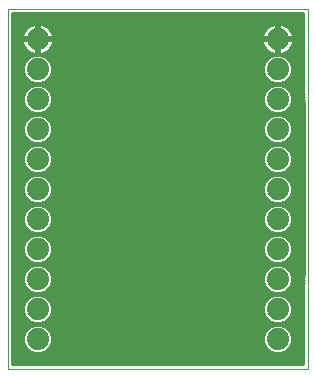
<source format=gbl>
G75*
%MOIN*%
%OFA0B0*%
%FSLAX24Y24*%
%IPPOS*%
%LPD*%
%AMOC8*
5,1,8,0,0,1.08239X$1,22.5*
%
%ADD10C,0.0000*%
%ADD11C,0.0740*%
%ADD12C,0.0100*%
%ADD13C,0.0400*%
D10*
X000100Y000100D02*
X000100Y012100D01*
X010100Y012100D01*
X010100Y000100D02*
X000100Y000100D01*
X010100Y000100D02*
X010100Y012100D01*
D11*
X009100Y011100D03*
X009100Y010100D03*
X009100Y009100D03*
X009100Y008100D03*
X009100Y007100D03*
X009100Y006100D03*
X009100Y005100D03*
X009100Y004100D03*
X009100Y003100D03*
X009100Y002100D03*
X009100Y001100D03*
X001100Y001100D03*
X001100Y002100D03*
X001100Y003100D03*
X001100Y004100D03*
X001100Y005100D03*
X001100Y006100D03*
X001100Y007100D03*
X001100Y008100D03*
X001100Y009100D03*
X001100Y010100D03*
X001100Y011100D03*
D12*
X001150Y011132D02*
X009050Y011132D01*
X009050Y011150D02*
X009050Y011050D01*
X009150Y011050D01*
X009150Y011150D01*
X009619Y011150D01*
X009607Y011222D01*
X009582Y011300D01*
X009545Y011373D01*
X009497Y011439D01*
X009439Y011497D01*
X009373Y011545D01*
X009300Y011582D01*
X009222Y011607D01*
X009150Y011619D01*
X009150Y011150D01*
X009050Y011150D01*
X009050Y011619D01*
X008978Y011607D01*
X008900Y011582D01*
X008827Y011545D01*
X008761Y011497D01*
X008703Y011439D01*
X008655Y011373D01*
X008618Y011300D01*
X008593Y011222D01*
X008581Y011150D01*
X009050Y011150D01*
X009050Y011231D02*
X009150Y011231D01*
X009150Y011329D02*
X009050Y011329D01*
X009050Y011428D02*
X009150Y011428D01*
X009150Y011526D02*
X009050Y011526D01*
X008802Y011526D02*
X001398Y011526D01*
X001373Y011545D02*
X001300Y011582D01*
X001222Y011607D01*
X001150Y011619D01*
X001150Y011150D01*
X001619Y011150D01*
X001607Y011222D01*
X001582Y011300D01*
X001545Y011373D01*
X001497Y011439D01*
X001439Y011497D01*
X001373Y011545D01*
X001505Y011428D02*
X008695Y011428D01*
X008633Y011329D02*
X001567Y011329D01*
X001604Y011231D02*
X008596Y011231D01*
X008581Y011050D02*
X008593Y010978D01*
X008618Y010900D01*
X008655Y010827D01*
X008703Y010761D01*
X008761Y010703D01*
X008827Y010655D01*
X008900Y010618D01*
X008978Y010593D01*
X009050Y010581D01*
X009050Y011050D01*
X008581Y011050D01*
X008584Y011034D02*
X001616Y011034D01*
X001619Y011050D02*
X001150Y011050D01*
X001150Y011150D01*
X001050Y011150D01*
X001050Y011619D01*
X000978Y011607D01*
X000900Y011582D01*
X000827Y011545D01*
X000761Y011497D01*
X000703Y011439D01*
X000655Y011373D01*
X000618Y011300D01*
X000593Y011222D01*
X000581Y011150D01*
X001050Y011150D01*
X001050Y011050D01*
X001150Y011050D01*
X001150Y010581D01*
X001222Y010593D01*
X001300Y010618D01*
X001373Y010655D01*
X001439Y010703D01*
X001497Y010761D01*
X001545Y010827D01*
X001582Y010900D01*
X001607Y010978D01*
X001619Y011050D01*
X001593Y010935D02*
X008607Y010935D01*
X008651Y010837D02*
X001549Y010837D01*
X001473Y010738D02*
X008727Y010738D01*
X008858Y010640D02*
X001342Y010640D01*
X001290Y010541D02*
X008910Y010541D01*
X008828Y010507D02*
X009005Y010580D01*
X009195Y010580D01*
X009372Y010507D01*
X009507Y010372D01*
X009580Y010195D01*
X009580Y010005D01*
X009507Y009828D01*
X009372Y009693D01*
X009195Y009620D01*
X009005Y009620D01*
X008828Y009693D01*
X008693Y009828D01*
X008620Y010005D01*
X008620Y010195D01*
X008693Y010372D01*
X008828Y010507D01*
X008764Y010443D02*
X001436Y010443D01*
X001372Y010507D02*
X001507Y010372D01*
X001580Y010195D01*
X001580Y010005D01*
X001507Y009828D01*
X001372Y009693D01*
X001195Y009620D01*
X001005Y009620D01*
X000828Y009693D01*
X000693Y009828D01*
X000620Y010005D01*
X000620Y010195D01*
X000693Y010372D01*
X000828Y010507D01*
X001005Y010580D01*
X001195Y010580D01*
X001372Y010507D01*
X001518Y010344D02*
X008682Y010344D01*
X008641Y010246D02*
X001559Y010246D01*
X001580Y010147D02*
X008620Y010147D01*
X008620Y010049D02*
X001580Y010049D01*
X001557Y009950D02*
X008643Y009950D01*
X008683Y009852D02*
X001517Y009852D01*
X001432Y009753D02*
X008768Y009753D01*
X008828Y009507D02*
X008693Y009372D01*
X008620Y009195D01*
X008620Y009005D01*
X008693Y008828D01*
X008828Y008693D01*
X009005Y008620D01*
X009195Y008620D01*
X009372Y008693D01*
X009507Y008828D01*
X009580Y009005D01*
X009580Y009195D01*
X009507Y009372D01*
X009372Y009507D01*
X009195Y009580D01*
X009005Y009580D01*
X008828Y009507D01*
X008779Y009458D02*
X001421Y009458D01*
X001372Y009507D02*
X001195Y009580D01*
X001005Y009580D01*
X000828Y009507D01*
X000693Y009372D01*
X000620Y009195D01*
X000620Y009005D01*
X000693Y008828D01*
X000828Y008693D01*
X001005Y008620D01*
X001195Y008620D01*
X001372Y008693D01*
X001507Y008828D01*
X001580Y009005D01*
X001580Y009195D01*
X001507Y009372D01*
X001372Y009507D01*
X001253Y009556D02*
X008947Y009556D01*
X008921Y009655D02*
X001279Y009655D01*
X000947Y009556D02*
X000250Y009556D01*
X000250Y009458D02*
X000779Y009458D01*
X000688Y009359D02*
X000250Y009359D01*
X000250Y009261D02*
X000647Y009261D01*
X000620Y009162D02*
X000250Y009162D01*
X000250Y009064D02*
X000620Y009064D01*
X000636Y008965D02*
X000250Y008965D01*
X000250Y008867D02*
X000677Y008867D01*
X000753Y008768D02*
X000250Y008768D01*
X000250Y008670D02*
X000885Y008670D01*
X000983Y008571D02*
X000250Y008571D01*
X000250Y008473D02*
X000794Y008473D01*
X000828Y008507D02*
X000693Y008372D01*
X000620Y008195D01*
X000620Y008005D01*
X000693Y007828D01*
X000828Y007693D01*
X001005Y007620D01*
X001195Y007620D01*
X001372Y007693D01*
X001507Y007828D01*
X001580Y008005D01*
X001580Y008195D01*
X001507Y008372D01*
X001372Y008507D01*
X001195Y008580D01*
X001005Y008580D01*
X000828Y008507D01*
X000695Y008374D02*
X000250Y008374D01*
X000250Y008276D02*
X000653Y008276D01*
X000620Y008177D02*
X000250Y008177D01*
X000250Y008079D02*
X000620Y008079D01*
X000630Y007980D02*
X000250Y007980D01*
X000250Y007882D02*
X000671Y007882D01*
X000738Y007783D02*
X000250Y007783D01*
X000250Y007685D02*
X000849Y007685D01*
X000828Y007507D02*
X000693Y007372D01*
X000620Y007195D01*
X000620Y007005D01*
X000693Y006828D01*
X000828Y006693D01*
X001005Y006620D01*
X001195Y006620D01*
X001372Y006693D01*
X001507Y006828D01*
X001580Y007005D01*
X001580Y007195D01*
X001507Y007372D01*
X001372Y007507D01*
X001195Y007580D01*
X001005Y007580D01*
X000828Y007507D01*
X000809Y007488D02*
X000250Y007488D01*
X000250Y007586D02*
X009977Y007586D01*
X009977Y007488D02*
X009391Y007488D01*
X009372Y007507D02*
X009195Y007580D01*
X009005Y007580D01*
X008828Y007507D01*
X008693Y007372D01*
X008620Y007195D01*
X008620Y007005D01*
X008693Y006828D01*
X008828Y006693D01*
X009005Y006620D01*
X009195Y006620D01*
X009372Y006693D01*
X009507Y006828D01*
X009580Y007005D01*
X009580Y007195D01*
X009507Y007372D01*
X009372Y007507D01*
X009490Y007389D02*
X009978Y007389D01*
X009979Y007291D02*
X009541Y007291D01*
X009580Y007192D02*
X009979Y007192D01*
X009980Y007094D02*
X009580Y007094D01*
X009576Y006995D02*
X009980Y006995D01*
X009981Y006897D02*
X009535Y006897D01*
X009477Y006798D02*
X009982Y006798D01*
X009982Y006700D02*
X009378Y006700D01*
X009372Y006507D02*
X009195Y006580D01*
X009005Y006580D01*
X008828Y006507D01*
X008693Y006372D01*
X008620Y006195D01*
X008620Y006005D01*
X008693Y005828D01*
X008828Y005693D01*
X009005Y005620D01*
X009195Y005620D01*
X009372Y005693D01*
X009507Y005828D01*
X009580Y006005D01*
X009580Y006195D01*
X009507Y006372D01*
X009372Y006507D01*
X009376Y006503D02*
X009983Y006503D01*
X009983Y006601D02*
X000250Y006601D01*
X000250Y006503D02*
X000824Y006503D01*
X000828Y006507D02*
X000693Y006372D01*
X000620Y006195D01*
X000620Y006005D01*
X000693Y005828D01*
X000828Y005693D01*
X001005Y005620D01*
X001195Y005620D01*
X001372Y005693D01*
X001507Y005828D01*
X001580Y006005D01*
X001580Y006195D01*
X001507Y006372D01*
X001372Y006507D01*
X001195Y006580D01*
X001005Y006580D01*
X000828Y006507D01*
X000725Y006404D02*
X000250Y006404D01*
X000250Y006306D02*
X000666Y006306D01*
X000625Y006207D02*
X000250Y006207D01*
X000250Y006109D02*
X000620Y006109D01*
X000620Y006010D02*
X000250Y006010D01*
X000250Y005912D02*
X000659Y005912D01*
X000708Y005813D02*
X000250Y005813D01*
X000250Y005715D02*
X000807Y005715D01*
X000854Y005518D02*
X000250Y005518D01*
X000250Y005616D02*
X009983Y005616D01*
X009982Y005518D02*
X009346Y005518D01*
X009372Y005507D02*
X009195Y005580D01*
X009005Y005580D01*
X008828Y005507D01*
X008693Y005372D01*
X008620Y005195D01*
X008620Y005005D01*
X008693Y004828D01*
X008828Y004693D01*
X009005Y004620D01*
X009195Y004620D01*
X009372Y004693D01*
X009507Y004828D01*
X009580Y005005D01*
X009580Y005195D01*
X009507Y005372D01*
X009372Y005507D01*
X009460Y005419D02*
X009982Y005419D01*
X009981Y005321D02*
X009528Y005321D01*
X009569Y005222D02*
X009981Y005222D01*
X009980Y005124D02*
X009580Y005124D01*
X009580Y005025D02*
X009979Y005025D01*
X009979Y004927D02*
X009548Y004927D01*
X009507Y004828D02*
X009978Y004828D01*
X009978Y004730D02*
X009408Y004730D01*
X009222Y004631D02*
X009977Y004631D01*
X009976Y004533D02*
X009310Y004533D01*
X009372Y004507D02*
X009195Y004580D01*
X009005Y004580D01*
X008828Y004507D01*
X008693Y004372D01*
X008620Y004195D01*
X008620Y004005D01*
X008693Y003828D01*
X008828Y003693D01*
X009005Y003620D01*
X009195Y003620D01*
X009372Y003693D01*
X009507Y003828D01*
X009580Y004005D01*
X009580Y004195D01*
X009507Y004372D01*
X009372Y004507D01*
X009445Y004434D02*
X009976Y004434D01*
X009975Y004336D02*
X009522Y004336D01*
X009563Y004237D02*
X009975Y004237D01*
X009974Y004139D02*
X009580Y004139D01*
X009580Y004040D02*
X009973Y004040D01*
X009973Y003942D02*
X009554Y003942D01*
X009513Y003843D02*
X009972Y003843D01*
X009972Y003745D02*
X009423Y003745D01*
X009258Y003646D02*
X009971Y003646D01*
X009971Y003548D02*
X009274Y003548D01*
X009195Y003580D02*
X009005Y003580D01*
X008828Y003507D01*
X008693Y003372D01*
X008620Y003195D01*
X008620Y003005D01*
X008693Y002828D01*
X008828Y002693D01*
X009005Y002620D01*
X009195Y002620D01*
X009372Y002693D01*
X009507Y002828D01*
X009580Y003005D01*
X009580Y003195D01*
X009507Y003372D01*
X009372Y003507D01*
X009195Y003580D01*
X008942Y003646D02*
X001258Y003646D01*
X001195Y003620D02*
X001372Y003693D01*
X001507Y003828D01*
X001580Y004005D01*
X001580Y004195D01*
X001507Y004372D01*
X001372Y004507D01*
X001195Y004580D01*
X001005Y004580D01*
X000828Y004507D01*
X000693Y004372D01*
X000620Y004195D01*
X000620Y004005D01*
X000693Y003828D01*
X000828Y003693D01*
X001005Y003620D01*
X001195Y003620D01*
X001195Y003580D02*
X001005Y003580D01*
X000828Y003507D01*
X000693Y003372D01*
X000620Y003195D01*
X000620Y003005D01*
X000693Y002828D01*
X000828Y002693D01*
X001005Y002620D01*
X001195Y002620D01*
X001372Y002693D01*
X001507Y002828D01*
X001580Y003005D01*
X001580Y003195D01*
X001507Y003372D01*
X001372Y003507D01*
X001195Y003580D01*
X001274Y003548D02*
X008926Y003548D01*
X008770Y003449D02*
X001430Y003449D01*
X001516Y003351D02*
X008684Y003351D01*
X008643Y003252D02*
X001557Y003252D01*
X001580Y003154D02*
X008620Y003154D01*
X008620Y003055D02*
X001580Y003055D01*
X001560Y002957D02*
X008640Y002957D01*
X008681Y002858D02*
X001519Y002858D01*
X001438Y002760D02*
X008762Y002760D01*
X008906Y002661D02*
X001294Y002661D01*
X001238Y002563D02*
X008962Y002563D01*
X009005Y002580D02*
X008828Y002507D01*
X008693Y002372D01*
X008620Y002195D01*
X008620Y002005D01*
X008693Y001828D01*
X008828Y001693D01*
X009005Y001620D01*
X009195Y001620D01*
X009372Y001693D01*
X009507Y001828D01*
X009580Y002005D01*
X009580Y002195D01*
X009507Y002372D01*
X009372Y002507D01*
X009195Y002580D01*
X009005Y002580D01*
X008785Y002464D02*
X001415Y002464D01*
X001372Y002507D02*
X001195Y002580D01*
X001005Y002580D01*
X000828Y002507D01*
X000693Y002372D01*
X000620Y002195D01*
X000620Y002005D01*
X000693Y001828D01*
X000828Y001693D01*
X001005Y001620D01*
X001195Y001620D01*
X001372Y001693D01*
X001507Y001828D01*
X001580Y002005D01*
X001580Y002195D01*
X001507Y002372D01*
X001372Y002507D01*
X001510Y002366D02*
X008690Y002366D01*
X008650Y002267D02*
X001550Y002267D01*
X001580Y002169D02*
X008620Y002169D01*
X008620Y002070D02*
X001580Y002070D01*
X001566Y001972D02*
X008634Y001972D01*
X008674Y001873D02*
X001526Y001873D01*
X001453Y001775D02*
X008747Y001775D01*
X008869Y001676D02*
X001331Y001676D01*
X001195Y001580D02*
X001372Y001507D01*
X001507Y001372D01*
X001580Y001195D01*
X001580Y001005D01*
X001507Y000828D01*
X001372Y000693D01*
X001195Y000620D01*
X001005Y000620D01*
X000828Y000693D01*
X000693Y000828D01*
X000620Y001005D01*
X000620Y001195D01*
X000693Y001372D01*
X000828Y001507D01*
X001005Y001580D01*
X001195Y001580D01*
X001202Y001578D02*
X008998Y001578D01*
X009005Y001580D02*
X008828Y001507D01*
X008693Y001372D01*
X008620Y001195D01*
X008620Y001005D01*
X008693Y000828D01*
X008828Y000693D01*
X009005Y000620D01*
X009195Y000620D01*
X009372Y000693D01*
X009507Y000828D01*
X009580Y001005D01*
X009580Y001195D01*
X009507Y001372D01*
X009372Y001507D01*
X009195Y001580D01*
X009005Y001580D01*
X009202Y001578D02*
X009959Y001578D01*
X009959Y001676D02*
X009331Y001676D01*
X009453Y001775D02*
X009960Y001775D01*
X009961Y001873D02*
X009526Y001873D01*
X009566Y001972D02*
X009961Y001972D01*
X009962Y002070D02*
X009580Y002070D01*
X009580Y002169D02*
X009962Y002169D01*
X009963Y002267D02*
X009550Y002267D01*
X009510Y002366D02*
X009963Y002366D01*
X009964Y002464D02*
X009415Y002464D01*
X009238Y002563D02*
X009965Y002563D01*
X009965Y002661D02*
X009294Y002661D01*
X009438Y002760D02*
X009966Y002760D01*
X009966Y002858D02*
X009519Y002858D01*
X009560Y002957D02*
X009967Y002957D01*
X009968Y003055D02*
X009580Y003055D01*
X009580Y003154D02*
X009968Y003154D01*
X009969Y003252D02*
X009557Y003252D01*
X009516Y003351D02*
X009969Y003351D01*
X009970Y003449D02*
X009430Y003449D01*
X008777Y003745D02*
X001423Y003745D01*
X001513Y003843D02*
X008687Y003843D01*
X008646Y003942D02*
X001554Y003942D01*
X001580Y004040D02*
X008620Y004040D01*
X008620Y004139D02*
X001580Y004139D01*
X001563Y004237D02*
X008637Y004237D01*
X008678Y004336D02*
X001522Y004336D01*
X001445Y004434D02*
X008755Y004434D01*
X008890Y004533D02*
X001310Y004533D01*
X001222Y004631D02*
X008978Y004631D01*
X008792Y004730D02*
X001408Y004730D01*
X001372Y004693D02*
X001507Y004828D01*
X001580Y005005D01*
X001580Y005195D01*
X001507Y005372D01*
X001372Y005507D01*
X001195Y005580D01*
X001005Y005580D01*
X000828Y005507D01*
X000693Y005372D01*
X000620Y005195D01*
X000620Y005005D01*
X000693Y004828D01*
X000828Y004693D01*
X001005Y004620D01*
X001195Y004620D01*
X001372Y004693D01*
X001507Y004828D02*
X008693Y004828D01*
X008652Y004927D02*
X001548Y004927D01*
X001580Y005025D02*
X008620Y005025D01*
X008620Y005124D02*
X001580Y005124D01*
X001569Y005222D02*
X008631Y005222D01*
X008672Y005321D02*
X001528Y005321D01*
X001460Y005419D02*
X008740Y005419D01*
X008854Y005518D02*
X001346Y005518D01*
X001393Y005715D02*
X008807Y005715D01*
X008708Y005813D02*
X001492Y005813D01*
X001541Y005912D02*
X008659Y005912D01*
X008620Y006010D02*
X001580Y006010D01*
X001580Y006109D02*
X008620Y006109D01*
X008625Y006207D02*
X001575Y006207D01*
X001534Y006306D02*
X008666Y006306D01*
X008725Y006404D02*
X001475Y006404D01*
X001376Y006503D02*
X008824Y006503D01*
X008822Y006700D02*
X001378Y006700D01*
X001477Y006798D02*
X008723Y006798D01*
X008665Y006897D02*
X001535Y006897D01*
X001576Y006995D02*
X008624Y006995D01*
X008620Y007094D02*
X001580Y007094D01*
X001580Y007192D02*
X008620Y007192D01*
X008659Y007291D02*
X001541Y007291D01*
X001490Y007389D02*
X008710Y007389D01*
X008809Y007488D02*
X001391Y007488D01*
X001351Y007685D02*
X008849Y007685D01*
X008828Y007693D02*
X009005Y007620D01*
X009195Y007620D01*
X009372Y007693D01*
X009507Y007828D01*
X009580Y008005D01*
X009580Y008195D01*
X009507Y008372D01*
X009372Y008507D01*
X009195Y008580D01*
X009005Y008580D01*
X008828Y008507D01*
X008693Y008372D01*
X008620Y008195D01*
X008620Y008005D01*
X008693Y007828D01*
X008828Y007693D01*
X008738Y007783D02*
X001462Y007783D01*
X001529Y007882D02*
X008671Y007882D01*
X008630Y007980D02*
X001570Y007980D01*
X001580Y008079D02*
X008620Y008079D01*
X008620Y008177D02*
X001580Y008177D01*
X001547Y008276D02*
X008653Y008276D01*
X008695Y008374D02*
X001505Y008374D01*
X001406Y008473D02*
X008794Y008473D01*
X008983Y008571D02*
X001217Y008571D01*
X001315Y008670D02*
X008885Y008670D01*
X008753Y008768D02*
X001447Y008768D01*
X001523Y008867D02*
X008677Y008867D01*
X008636Y008965D02*
X001564Y008965D01*
X001580Y009064D02*
X008620Y009064D01*
X008620Y009162D02*
X001580Y009162D01*
X001553Y009261D02*
X008647Y009261D01*
X008688Y009359D02*
X001512Y009359D01*
X000921Y009655D02*
X000250Y009655D01*
X000250Y009753D02*
X000768Y009753D01*
X000683Y009852D02*
X000250Y009852D01*
X000250Y009950D02*
X000643Y009950D01*
X000620Y010049D02*
X000250Y010049D01*
X000250Y010147D02*
X000620Y010147D01*
X000641Y010246D02*
X000250Y010246D01*
X000250Y010344D02*
X000682Y010344D01*
X000764Y010443D02*
X000250Y010443D01*
X000250Y010541D02*
X000910Y010541D01*
X000900Y010618D02*
X000978Y010593D01*
X001050Y010581D01*
X001050Y011050D01*
X000581Y011050D01*
X000593Y010978D01*
X000618Y010900D01*
X000655Y010827D01*
X000703Y010761D01*
X000761Y010703D01*
X000827Y010655D01*
X000900Y010618D01*
X000858Y010640D02*
X000250Y010640D01*
X000250Y010738D02*
X000727Y010738D01*
X000651Y010837D02*
X000250Y010837D01*
X000250Y010935D02*
X000607Y010935D01*
X000584Y011034D02*
X000250Y011034D01*
X000250Y011132D02*
X001050Y011132D01*
X001050Y011034D02*
X001150Y011034D01*
X001150Y010935D02*
X001050Y010935D01*
X001050Y010837D02*
X001150Y010837D01*
X001150Y010738D02*
X001050Y010738D01*
X001050Y010640D02*
X001150Y010640D01*
X001150Y011231D02*
X001050Y011231D01*
X001050Y011329D02*
X001150Y011329D01*
X001150Y011428D02*
X001050Y011428D01*
X001050Y011526D02*
X001150Y011526D01*
X000802Y011526D02*
X000250Y011526D01*
X000250Y011428D02*
X000695Y011428D01*
X000633Y011329D02*
X000250Y011329D01*
X000250Y011231D02*
X000596Y011231D01*
X000250Y011625D02*
X009953Y011625D01*
X009952Y011723D02*
X000250Y011723D01*
X000250Y011822D02*
X009952Y011822D01*
X009951Y011920D02*
X000250Y011920D01*
X000250Y011950D02*
X009951Y011950D01*
X009986Y006100D01*
X009951Y000250D01*
X000250Y000250D01*
X000250Y011950D01*
X000250Y007389D02*
X000710Y007389D01*
X000659Y007291D02*
X000250Y007291D01*
X000250Y007192D02*
X000620Y007192D01*
X000620Y007094D02*
X000250Y007094D01*
X000250Y006995D02*
X000624Y006995D01*
X000665Y006897D02*
X000250Y006897D01*
X000250Y006798D02*
X000723Y006798D01*
X000822Y006700D02*
X000250Y006700D01*
X000250Y005419D02*
X000740Y005419D01*
X000672Y005321D02*
X000250Y005321D01*
X000250Y005222D02*
X000631Y005222D01*
X000620Y005124D02*
X000250Y005124D01*
X000250Y005025D02*
X000620Y005025D01*
X000652Y004927D02*
X000250Y004927D01*
X000250Y004828D02*
X000693Y004828D01*
X000792Y004730D02*
X000250Y004730D01*
X000250Y004631D02*
X000978Y004631D01*
X000890Y004533D02*
X000250Y004533D01*
X000250Y004434D02*
X000755Y004434D01*
X000678Y004336D02*
X000250Y004336D01*
X000250Y004237D02*
X000637Y004237D01*
X000620Y004139D02*
X000250Y004139D01*
X000250Y004040D02*
X000620Y004040D01*
X000646Y003942D02*
X000250Y003942D01*
X000250Y003843D02*
X000687Y003843D01*
X000777Y003745D02*
X000250Y003745D01*
X000250Y003646D02*
X000942Y003646D01*
X000926Y003548D02*
X000250Y003548D01*
X000250Y003449D02*
X000770Y003449D01*
X000684Y003351D02*
X000250Y003351D01*
X000250Y003252D02*
X000643Y003252D01*
X000620Y003154D02*
X000250Y003154D01*
X000250Y003055D02*
X000620Y003055D01*
X000640Y002957D02*
X000250Y002957D01*
X000250Y002858D02*
X000681Y002858D01*
X000762Y002760D02*
X000250Y002760D01*
X000250Y002661D02*
X000906Y002661D01*
X000962Y002563D02*
X000250Y002563D01*
X000250Y002464D02*
X000785Y002464D01*
X000690Y002366D02*
X000250Y002366D01*
X000250Y002267D02*
X000650Y002267D01*
X000620Y002169D02*
X000250Y002169D01*
X000250Y002070D02*
X000620Y002070D01*
X000634Y001972D02*
X000250Y001972D01*
X000250Y001873D02*
X000674Y001873D01*
X000747Y001775D02*
X000250Y001775D01*
X000250Y001676D02*
X000869Y001676D01*
X000998Y001578D02*
X000250Y001578D01*
X000250Y001479D02*
X000800Y001479D01*
X000702Y001381D02*
X000250Y001381D01*
X000250Y001282D02*
X000656Y001282D01*
X000620Y001184D02*
X000250Y001184D01*
X000250Y001085D02*
X000620Y001085D01*
X000627Y000987D02*
X000250Y000987D01*
X000250Y000888D02*
X000668Y000888D01*
X000732Y000790D02*
X000250Y000790D01*
X000250Y000691D02*
X000833Y000691D01*
X001367Y000691D02*
X008833Y000691D01*
X008732Y000790D02*
X001468Y000790D01*
X001532Y000888D02*
X008668Y000888D01*
X008627Y000987D02*
X001573Y000987D01*
X001580Y001085D02*
X008620Y001085D01*
X008620Y001184D02*
X001580Y001184D01*
X001544Y001282D02*
X008656Y001282D01*
X008702Y001381D02*
X001498Y001381D01*
X001400Y001479D02*
X008800Y001479D01*
X009400Y001479D02*
X009958Y001479D01*
X009958Y001381D02*
X009498Y001381D01*
X009544Y001282D02*
X009957Y001282D01*
X009956Y001184D02*
X009580Y001184D01*
X009580Y001085D02*
X009956Y001085D01*
X009955Y000987D02*
X009573Y000987D01*
X009532Y000888D02*
X009955Y000888D01*
X009954Y000790D02*
X009468Y000790D01*
X009367Y000691D02*
X009954Y000691D01*
X009953Y000593D02*
X000250Y000593D01*
X000250Y000494D02*
X009952Y000494D01*
X009952Y000396D02*
X000250Y000396D01*
X000250Y000297D02*
X009951Y000297D01*
X009983Y005715D02*
X009393Y005715D01*
X009492Y005813D02*
X009984Y005813D01*
X009985Y005912D02*
X009541Y005912D01*
X009580Y006010D02*
X009985Y006010D01*
X009986Y006109D02*
X009580Y006109D01*
X009575Y006207D02*
X009985Y006207D01*
X009985Y006306D02*
X009534Y006306D01*
X009475Y006404D02*
X009984Y006404D01*
X009976Y007685D02*
X009351Y007685D01*
X009462Y007783D02*
X009976Y007783D01*
X009975Y007882D02*
X009529Y007882D01*
X009570Y007980D02*
X009975Y007980D01*
X009974Y008079D02*
X009580Y008079D01*
X009580Y008177D02*
X009973Y008177D01*
X009973Y008276D02*
X009547Y008276D01*
X009505Y008374D02*
X009972Y008374D01*
X009972Y008473D02*
X009406Y008473D01*
X009217Y008571D02*
X009971Y008571D01*
X009970Y008670D02*
X009315Y008670D01*
X009447Y008768D02*
X009970Y008768D01*
X009969Y008867D02*
X009523Y008867D01*
X009564Y008965D02*
X009969Y008965D01*
X009968Y009064D02*
X009580Y009064D01*
X009580Y009162D02*
X009967Y009162D01*
X009967Y009261D02*
X009553Y009261D01*
X009512Y009359D02*
X009966Y009359D01*
X009966Y009458D02*
X009421Y009458D01*
X009253Y009556D02*
X009965Y009556D01*
X009965Y009655D02*
X009279Y009655D01*
X009432Y009753D02*
X009964Y009753D01*
X009963Y009852D02*
X009517Y009852D01*
X009557Y009950D02*
X009963Y009950D01*
X009962Y010049D02*
X009580Y010049D01*
X009580Y010147D02*
X009962Y010147D01*
X009961Y010246D02*
X009559Y010246D01*
X009518Y010344D02*
X009960Y010344D01*
X009960Y010443D02*
X009436Y010443D01*
X009342Y010640D02*
X009959Y010640D01*
X009958Y010738D02*
X009473Y010738D01*
X009497Y010761D02*
X009545Y010827D01*
X009582Y010900D01*
X009607Y010978D01*
X009619Y011050D01*
X009150Y011050D01*
X009150Y010581D01*
X009222Y010593D01*
X009300Y010618D01*
X009373Y010655D01*
X009439Y010703D01*
X009497Y010761D01*
X009549Y010837D02*
X009958Y010837D01*
X009957Y010935D02*
X009593Y010935D01*
X009616Y011034D02*
X009956Y011034D01*
X009956Y011132D02*
X009150Y011132D01*
X009150Y011034D02*
X009050Y011034D01*
X009050Y010935D02*
X009150Y010935D01*
X009150Y010837D02*
X009050Y010837D01*
X009050Y010738D02*
X009150Y010738D01*
X009150Y010640D02*
X009050Y010640D01*
X009290Y010541D02*
X009959Y010541D01*
X009955Y011231D02*
X009604Y011231D01*
X009567Y011329D02*
X009955Y011329D01*
X009954Y011428D02*
X009505Y011428D01*
X009398Y011526D02*
X009953Y011526D01*
D13*
X007100Y006100D03*
X003100Y006100D03*
M02*

</source>
